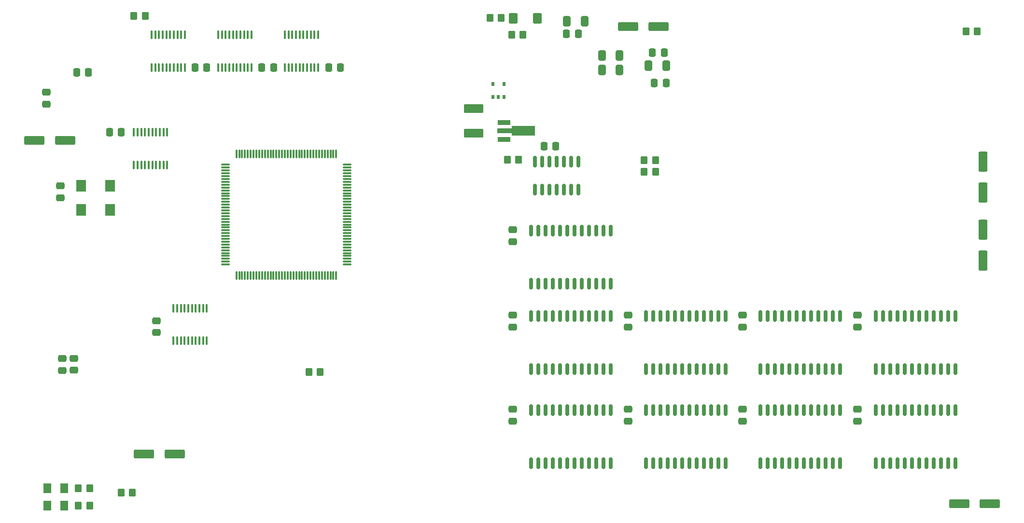
<source format=gbr>
G04 #@! TF.GenerationSoftware,KiCad,Pcbnew,7.0.6-0*
G04 #@! TF.CreationDate,2024-01-07T13:47:21+01:00*
G04 #@! TF.ProjectId,Z3660_v021a,5a333636-305f-4763-9032-31612e6b6963,v0.21*
G04 #@! TF.SameCoordinates,Original*
G04 #@! TF.FileFunction,Paste,Top*
G04 #@! TF.FilePolarity,Positive*
%FSLAX46Y46*%
G04 Gerber Fmt 4.6, Leading zero omitted, Abs format (unit mm)*
G04 Created by KiCad (PCBNEW 7.0.6-0) date 2024-01-07 13:47:21*
%MOMM*%
%LPD*%
G01*
G04 APERTURE LIST*
G04 Aperture macros list*
%AMRoundRect*
0 Rectangle with rounded corners*
0 $1 Rounding radius*
0 $2 $3 $4 $5 $6 $7 $8 $9 X,Y pos of 4 corners*
0 Add a 4 corners polygon primitive as box body*
4,1,4,$2,$3,$4,$5,$6,$7,$8,$9,$2,$3,0*
0 Add four circle primitives for the rounded corners*
1,1,$1+$1,$2,$3*
1,1,$1+$1,$4,$5*
1,1,$1+$1,$6,$7*
1,1,$1+$1,$8,$9*
0 Add four rect primitives between the rounded corners*
20,1,$1+$1,$2,$3,$4,$5,0*
20,1,$1+$1,$4,$5,$6,$7,0*
20,1,$1+$1,$6,$7,$8,$9,0*
20,1,$1+$1,$8,$9,$2,$3,0*%
%AMFreePoly0*
4,1,9,5.362500,-0.866500,1.237500,-0.866500,1.237500,-0.450000,-1.237500,-0.450000,-1.237500,0.450000,1.237500,0.450000,1.237500,0.866500,5.362500,0.866500,5.362500,-0.866500,5.362500,-0.866500,$1*%
G04 Aperture macros list end*
%ADD10RoundRect,0.150000X0.150000X-0.825000X0.150000X0.825000X-0.150000X0.825000X-0.150000X-0.825000X0*%
%ADD11RoundRect,0.075000X0.662500X0.075000X-0.662500X0.075000X-0.662500X-0.075000X0.662500X-0.075000X0*%
%ADD12RoundRect,0.075000X0.075000X0.662500X-0.075000X0.662500X-0.075000X-0.662500X0.075000X-0.662500X0*%
%ADD13RoundRect,0.250000X-1.500000X-0.550000X1.500000X-0.550000X1.500000X0.550000X-1.500000X0.550000X0*%
%ADD14RoundRect,0.250000X0.550000X-1.500000X0.550000X1.500000X-0.550000X1.500000X-0.550000X-1.500000X0*%
%ADD15RoundRect,0.250000X0.475000X-0.337500X0.475000X0.337500X-0.475000X0.337500X-0.475000X-0.337500X0*%
%ADD16RoundRect,0.250000X-0.475000X0.337500X-0.475000X-0.337500X0.475000X-0.337500X0.475000X0.337500X0*%
%ADD17RoundRect,0.250000X-0.350000X-0.450000X0.350000X-0.450000X0.350000X0.450000X-0.350000X0.450000X0*%
%ADD18RoundRect,0.250000X-1.450000X0.537500X-1.450000X-0.537500X1.450000X-0.537500X1.450000X0.537500X0*%
%ADD19R,2.300000X0.900000*%
%ADD20FreePoly0,0.000000*%
%ADD21RoundRect,0.250000X-0.337500X-0.475000X0.337500X-0.475000X0.337500X0.475000X-0.337500X0.475000X0*%
%ADD22RoundRect,0.150000X0.150000X-0.875000X0.150000X0.875000X-0.150000X0.875000X-0.150000X-0.875000X0*%
%ADD23R,1.800000X2.000000*%
%ADD24RoundRect,0.250000X0.337500X0.475000X-0.337500X0.475000X-0.337500X-0.475000X0.337500X-0.475000X0*%
%ADD25RoundRect,0.250000X-0.550000X1.500000X-0.550000X-1.500000X0.550000X-1.500000X0.550000X1.500000X0*%
%ADD26RoundRect,0.250000X0.412500X0.650000X-0.412500X0.650000X-0.412500X-0.650000X0.412500X-0.650000X0*%
%ADD27RoundRect,0.250000X-0.412500X-0.650000X0.412500X-0.650000X0.412500X0.650000X-0.412500X0.650000X0*%
%ADD28RoundRect,0.250001X0.462499X0.624999X-0.462499X0.624999X-0.462499X-0.624999X0.462499X-0.624999X0*%
%ADD29RoundRect,0.249998X-0.537502X-0.650002X0.537502X-0.650002X0.537502X0.650002X-0.537502X0.650002X0*%
%ADD30RoundRect,0.100000X0.100000X-0.637500X0.100000X0.637500X-0.100000X0.637500X-0.100000X-0.637500X0*%
%ADD31RoundRect,0.100000X-0.100000X0.637500X-0.100000X-0.637500X0.100000X-0.637500X0.100000X0.637500X0*%
%ADD32RoundRect,0.250000X0.350000X0.450000X-0.350000X0.450000X-0.350000X-0.450000X0.350000X-0.450000X0*%
%ADD33R,0.510000X0.700000*%
G04 APERTURE END LIST*
D10*
X170474000Y-61927000D03*
X171744000Y-61927000D03*
X173014000Y-61927000D03*
X174284000Y-61927000D03*
X175554000Y-61927000D03*
X176824000Y-61927000D03*
X178094000Y-61927000D03*
X178094000Y-56977000D03*
X176824000Y-56977000D03*
X175554000Y-56977000D03*
X174284000Y-56977000D03*
X173014000Y-56977000D03*
X171744000Y-56977000D03*
X170474000Y-56977000D03*
D11*
X137535500Y-75044000D03*
X137535500Y-74544000D03*
X137535500Y-74044000D03*
X137535500Y-73544000D03*
X137535500Y-73044000D03*
X137535500Y-72544000D03*
X137535500Y-72044000D03*
X137535500Y-71544000D03*
X137535500Y-71044000D03*
X137535500Y-70544000D03*
X137535500Y-70044000D03*
X137535500Y-69544000D03*
X137535500Y-69044000D03*
X137535500Y-68544000D03*
X137535500Y-68044000D03*
X137535500Y-67544000D03*
X137535500Y-67044000D03*
X137535500Y-66544000D03*
X137535500Y-66044000D03*
X137535500Y-65544000D03*
X137535500Y-65044000D03*
X137535500Y-64544000D03*
X137535500Y-64044000D03*
X137535500Y-63544000D03*
X137535500Y-63044000D03*
X137535500Y-62544000D03*
X137535500Y-62044000D03*
X137535500Y-61544000D03*
X137535500Y-61044000D03*
X137535500Y-60544000D03*
X137535500Y-60044000D03*
X137535500Y-59544000D03*
X137535500Y-59044000D03*
X137535500Y-58544000D03*
X137535500Y-58044000D03*
X137535500Y-57544000D03*
D12*
X135623000Y-55631500D03*
X135123000Y-55631500D03*
X134623000Y-55631500D03*
X134123000Y-55631500D03*
X133623000Y-55631500D03*
X133123000Y-55631500D03*
X132623000Y-55631500D03*
X132123000Y-55631500D03*
X131623000Y-55631500D03*
X131123000Y-55631500D03*
X130623000Y-55631500D03*
X130123000Y-55631500D03*
X129623000Y-55631500D03*
X129123000Y-55631500D03*
X128623000Y-55631500D03*
X128123000Y-55631500D03*
X127623000Y-55631500D03*
X127123000Y-55631500D03*
X126623000Y-55631500D03*
X126123000Y-55631500D03*
X125623000Y-55631500D03*
X125123000Y-55631500D03*
X124623000Y-55631500D03*
X124123000Y-55631500D03*
X123623000Y-55631500D03*
X123123000Y-55631500D03*
X122623000Y-55631500D03*
X122123000Y-55631500D03*
X121623000Y-55631500D03*
X121123000Y-55631500D03*
X120623000Y-55631500D03*
X120123000Y-55631500D03*
X119623000Y-55631500D03*
X119123000Y-55631500D03*
X118623000Y-55631500D03*
X118123000Y-55631500D03*
D11*
X116210500Y-57544000D03*
X116210500Y-58044000D03*
X116210500Y-58544000D03*
X116210500Y-59044000D03*
X116210500Y-59544000D03*
X116210500Y-60044000D03*
X116210500Y-60544000D03*
X116210500Y-61044000D03*
X116210500Y-61544000D03*
X116210500Y-62044000D03*
X116210500Y-62544000D03*
X116210500Y-63044000D03*
X116210500Y-63544000D03*
X116210500Y-64044000D03*
X116210500Y-64544000D03*
X116210500Y-65044000D03*
X116210500Y-65544000D03*
X116210500Y-66044000D03*
X116210500Y-66544000D03*
X116210500Y-67044000D03*
X116210500Y-67544000D03*
X116210500Y-68044000D03*
X116210500Y-68544000D03*
X116210500Y-69044000D03*
X116210500Y-69544000D03*
X116210500Y-70044000D03*
X116210500Y-70544000D03*
X116210500Y-71044000D03*
X116210500Y-71544000D03*
X116210500Y-72044000D03*
X116210500Y-72544000D03*
X116210500Y-73044000D03*
X116210500Y-73544000D03*
X116210500Y-74044000D03*
X116210500Y-74544000D03*
X116210500Y-75044000D03*
D12*
X118123000Y-76956500D03*
X118623000Y-76956500D03*
X119123000Y-76956500D03*
X119623000Y-76956500D03*
X120123000Y-76956500D03*
X120623000Y-76956500D03*
X121123000Y-76956500D03*
X121623000Y-76956500D03*
X122123000Y-76956500D03*
X122623000Y-76956500D03*
X123123000Y-76956500D03*
X123623000Y-76956500D03*
X124123000Y-76956500D03*
X124623000Y-76956500D03*
X125123000Y-76956500D03*
X125623000Y-76956500D03*
X126123000Y-76956500D03*
X126623000Y-76956500D03*
X127123000Y-76956500D03*
X127623000Y-76956500D03*
X128123000Y-76956500D03*
X128623000Y-76956500D03*
X129123000Y-76956500D03*
X129623000Y-76956500D03*
X130123000Y-76956500D03*
X130623000Y-76956500D03*
X131123000Y-76956500D03*
X131623000Y-76956500D03*
X132123000Y-76956500D03*
X132623000Y-76956500D03*
X133123000Y-76956500D03*
X133623000Y-76956500D03*
X134123000Y-76956500D03*
X134623000Y-76956500D03*
X135123000Y-76956500D03*
X135623000Y-76956500D03*
D13*
X101927700Y-108305600D03*
X107327700Y-108305600D03*
X82694800Y-53238398D03*
X88094800Y-53238398D03*
X186784000Y-33300000D03*
X192184000Y-33300000D03*
X244873800Y-117017800D03*
X250273800Y-117017800D03*
D14*
X249047000Y-74328000D03*
X249047000Y-68928000D03*
D15*
X87274400Y-63318300D03*
X87274400Y-61243300D03*
D16*
X206883000Y-100435500D03*
X206883000Y-102510500D03*
D17*
X168386000Y-34696400D03*
X166386000Y-34696400D03*
D18*
X159766000Y-47697300D03*
X159766000Y-51972300D03*
D19*
X165083600Y-50112800D03*
D20*
X165171100Y-51612800D03*
D19*
X165083600Y-53112800D03*
D21*
X172063500Y-54245000D03*
X174138500Y-54245000D03*
D16*
X166624000Y-68939500D03*
X166624000Y-71014500D03*
X166624000Y-83925500D03*
X166624000Y-86000500D03*
X206883000Y-83925500D03*
X206883000Y-86000500D03*
X166624000Y-100435500D03*
X166624000Y-102510500D03*
X227076000Y-83925500D03*
X227076000Y-86000500D03*
X186817000Y-83925500D03*
X186817000Y-86000500D03*
X186817000Y-100435500D03*
X186817000Y-102510500D03*
D17*
X191627000Y-58801000D03*
X189627000Y-58801000D03*
X191611000Y-56769000D03*
X189611000Y-56769000D03*
D22*
X189992000Y-93423000D03*
X191262000Y-93423000D03*
X192532000Y-93423000D03*
X193802000Y-93423000D03*
X195072000Y-93423000D03*
X196342000Y-93423000D03*
X197612000Y-93423000D03*
X198882000Y-93423000D03*
X200152000Y-93423000D03*
X201422000Y-93423000D03*
X202692000Y-93423000D03*
X203962000Y-93423000D03*
X203962000Y-84123000D03*
X202692000Y-84123000D03*
X201422000Y-84123000D03*
X200152000Y-84123000D03*
X198882000Y-84123000D03*
X197612000Y-84123000D03*
X196342000Y-84123000D03*
X195072000Y-84123000D03*
X193802000Y-84123000D03*
X192532000Y-84123000D03*
X191262000Y-84123000D03*
X189992000Y-84123000D03*
X169799000Y-93423000D03*
X171069000Y-93423000D03*
X172339000Y-93423000D03*
X173609000Y-93423000D03*
X174879000Y-93423000D03*
X176149000Y-93423000D03*
X177419000Y-93423000D03*
X178689000Y-93423000D03*
X179959000Y-93423000D03*
X181229000Y-93423000D03*
X182499000Y-93423000D03*
X183769000Y-93423000D03*
X183769000Y-84123000D03*
X182499000Y-84123000D03*
X181229000Y-84123000D03*
X179959000Y-84123000D03*
X178689000Y-84123000D03*
X177419000Y-84123000D03*
X176149000Y-84123000D03*
X174879000Y-84123000D03*
X173609000Y-84123000D03*
X172339000Y-84123000D03*
X171069000Y-84123000D03*
X169799000Y-84123000D03*
X210058000Y-93423000D03*
X211328000Y-93423000D03*
X212598000Y-93423000D03*
X213868000Y-93423000D03*
X215138000Y-93423000D03*
X216408000Y-93423000D03*
X217678000Y-93423000D03*
X218948000Y-93423000D03*
X220218000Y-93423000D03*
X221488000Y-93423000D03*
X222758000Y-93423000D03*
X224028000Y-93423000D03*
X224028000Y-84123000D03*
X222758000Y-84123000D03*
X221488000Y-84123000D03*
X220218000Y-84123000D03*
X218948000Y-84123000D03*
X217678000Y-84123000D03*
X216408000Y-84123000D03*
X215138000Y-84123000D03*
X213868000Y-84123000D03*
X212598000Y-84123000D03*
X211328000Y-84123000D03*
X210058000Y-84123000D03*
X230251000Y-93423000D03*
X231521000Y-93423000D03*
X232791000Y-93423000D03*
X234061000Y-93423000D03*
X235331000Y-93423000D03*
X236601000Y-93423000D03*
X237871000Y-93423000D03*
X239141000Y-93423000D03*
X240411000Y-93423000D03*
X241681000Y-93423000D03*
X242951000Y-93423000D03*
X244221000Y-93423000D03*
X244221000Y-84123000D03*
X242951000Y-84123000D03*
X241681000Y-84123000D03*
X240411000Y-84123000D03*
X239141000Y-84123000D03*
X237871000Y-84123000D03*
X236601000Y-84123000D03*
X235331000Y-84123000D03*
X234061000Y-84123000D03*
X232791000Y-84123000D03*
X231521000Y-84123000D03*
X230251000Y-84123000D03*
D16*
X227076000Y-100435500D03*
X227076000Y-102510500D03*
D23*
X96012000Y-61247600D03*
X90932000Y-61247600D03*
X90932000Y-65447600D03*
X96012000Y-65447600D03*
D24*
X178075500Y-34594800D03*
X176000500Y-34594800D03*
D25*
X249047000Y-56990000D03*
X249047000Y-62390000D03*
D26*
X179197000Y-32359600D03*
X176072000Y-32359600D03*
D27*
X190359500Y-40132000D03*
X193484500Y-40132000D03*
D26*
X185331500Y-38354000D03*
X182206500Y-38354000D03*
X185331500Y-40894000D03*
X182206500Y-40894000D03*
D21*
X191409500Y-43180000D03*
X193484500Y-43180000D03*
X191062500Y-37900000D03*
X193137500Y-37900000D03*
D16*
X84836000Y-44809500D03*
X84836000Y-46884500D03*
D15*
X87613000Y-93620500D03*
X87613000Y-91545500D03*
X89645000Y-93599000D03*
X89645000Y-91524000D03*
D22*
X169799000Y-78437000D03*
X171069000Y-78437000D03*
X172339000Y-78437000D03*
X173609000Y-78437000D03*
X174879000Y-78437000D03*
X176149000Y-78437000D03*
X177419000Y-78437000D03*
X178689000Y-78437000D03*
X179959000Y-78437000D03*
X181229000Y-78437000D03*
X182499000Y-78437000D03*
X183769000Y-78437000D03*
X183769000Y-69137000D03*
X182499000Y-69137000D03*
X181229000Y-69137000D03*
X179959000Y-69137000D03*
X178689000Y-69137000D03*
X177419000Y-69137000D03*
X176149000Y-69137000D03*
X174879000Y-69137000D03*
X173609000Y-69137000D03*
X172339000Y-69137000D03*
X171069000Y-69137000D03*
X169799000Y-69137000D03*
X230251000Y-109933000D03*
X231521000Y-109933000D03*
X232791000Y-109933000D03*
X234061000Y-109933000D03*
X235331000Y-109933000D03*
X236601000Y-109933000D03*
X237871000Y-109933000D03*
X239141000Y-109933000D03*
X240411000Y-109933000D03*
X241681000Y-109933000D03*
X242951000Y-109933000D03*
X244221000Y-109933000D03*
X244221000Y-100633000D03*
X242951000Y-100633000D03*
X241681000Y-100633000D03*
X240411000Y-100633000D03*
X239141000Y-100633000D03*
X237871000Y-100633000D03*
X236601000Y-100633000D03*
X235331000Y-100633000D03*
X234061000Y-100633000D03*
X232791000Y-100633000D03*
X231521000Y-100633000D03*
X230251000Y-100633000D03*
X210058000Y-109933000D03*
X211328000Y-109933000D03*
X212598000Y-109933000D03*
X213868000Y-109933000D03*
X215138000Y-109933000D03*
X216408000Y-109933000D03*
X217678000Y-109933000D03*
X218948000Y-109933000D03*
X220218000Y-109933000D03*
X221488000Y-109933000D03*
X222758000Y-109933000D03*
X224028000Y-109933000D03*
X224028000Y-100633000D03*
X222758000Y-100633000D03*
X221488000Y-100633000D03*
X220218000Y-100633000D03*
X218948000Y-100633000D03*
X217678000Y-100633000D03*
X216408000Y-100633000D03*
X215138000Y-100633000D03*
X213868000Y-100633000D03*
X212598000Y-100633000D03*
X211328000Y-100633000D03*
X210058000Y-100633000D03*
X189992000Y-109933000D03*
X191262000Y-109933000D03*
X192532000Y-109933000D03*
X193802000Y-109933000D03*
X195072000Y-109933000D03*
X196342000Y-109933000D03*
X197612000Y-109933000D03*
X198882000Y-109933000D03*
X200152000Y-109933000D03*
X201422000Y-109933000D03*
X202692000Y-109933000D03*
X203962000Y-109933000D03*
X203962000Y-100633000D03*
X202692000Y-100633000D03*
X201422000Y-100633000D03*
X200152000Y-100633000D03*
X198882000Y-100633000D03*
X197612000Y-100633000D03*
X196342000Y-100633000D03*
X195072000Y-100633000D03*
X193802000Y-100633000D03*
X192532000Y-100633000D03*
X191262000Y-100633000D03*
X189992000Y-100633000D03*
X169799000Y-109933000D03*
X171069000Y-109933000D03*
X172339000Y-109933000D03*
X173609000Y-109933000D03*
X174879000Y-109933000D03*
X176149000Y-109933000D03*
X177419000Y-109933000D03*
X178689000Y-109933000D03*
X179959000Y-109933000D03*
X181229000Y-109933000D03*
X182499000Y-109933000D03*
X183769000Y-109933000D03*
X183769000Y-100633000D03*
X182499000Y-100633000D03*
X181229000Y-100633000D03*
X179959000Y-100633000D03*
X178689000Y-100633000D03*
X177419000Y-100633000D03*
X176149000Y-100633000D03*
X174879000Y-100633000D03*
X173609000Y-100633000D03*
X172339000Y-100633000D03*
X171069000Y-100633000D03*
X169799000Y-100633000D03*
D28*
X87926500Y-114300000D03*
X84951500Y-114300000D03*
D17*
X92424000Y-114300000D03*
X90424000Y-114300000D03*
D28*
X87953487Y-117348000D03*
X84978487Y-117348000D03*
D17*
X92424000Y-117348000D03*
X90424000Y-117348000D03*
D29*
X166695500Y-31869000D03*
X170870500Y-31869000D03*
D21*
X90119200Y-41300400D03*
X92194200Y-41300400D03*
D17*
X164576000Y-31742000D03*
X162576000Y-31742000D03*
D16*
X104057200Y-84916100D03*
X104057200Y-86991100D03*
D21*
X110849500Y-40452800D03*
X112924500Y-40452800D03*
D30*
X107075800Y-88441700D03*
X107725800Y-88441700D03*
X108375800Y-88441700D03*
X109025800Y-88441700D03*
X109675800Y-88441700D03*
X110325800Y-88441700D03*
X110975800Y-88441700D03*
X111625800Y-88441700D03*
X112275800Y-88441700D03*
X112925800Y-88441700D03*
X112925800Y-82716700D03*
X112275800Y-82716700D03*
X111625800Y-82716700D03*
X110975800Y-82716700D03*
X110325800Y-82716700D03*
X109675800Y-82716700D03*
X109025800Y-82716700D03*
X108375800Y-82716700D03*
X107725800Y-82716700D03*
X107075800Y-82716700D03*
D31*
X109097000Y-34729500D03*
X108447000Y-34729500D03*
X107797000Y-34729500D03*
X107147000Y-34729500D03*
X106497000Y-34729500D03*
X105847000Y-34729500D03*
X105197000Y-34729500D03*
X104547000Y-34729500D03*
X103897000Y-34729500D03*
X103247000Y-34729500D03*
X103247000Y-40454500D03*
X103897000Y-40454500D03*
X104547000Y-40454500D03*
X105197000Y-40454500D03*
X105847000Y-40454500D03*
X106497000Y-40454500D03*
X107147000Y-40454500D03*
X107797000Y-40454500D03*
X108447000Y-40454500D03*
X109097000Y-40454500D03*
D32*
X97907600Y-115112800D03*
X99907600Y-115112800D03*
X130826000Y-93929200D03*
X132826000Y-93929200D03*
D21*
X134293700Y-40503600D03*
X136368700Y-40503600D03*
D24*
X97929100Y-51834800D03*
X95854100Y-51834800D03*
D17*
X102117400Y-31460000D03*
X100117400Y-31460000D03*
D32*
X246065800Y-34101600D03*
X248065800Y-34101600D03*
X165640000Y-56692800D03*
X167640000Y-56692800D03*
D33*
X163134000Y-45660800D03*
X164084000Y-45660800D03*
X165034000Y-45660800D03*
X165034000Y-43340800D03*
X163134000Y-43340800D03*
D30*
X100144000Y-57567500D03*
X100794000Y-57567500D03*
X101444000Y-57567500D03*
X102094000Y-57567500D03*
X102744000Y-57567500D03*
X103394000Y-57567500D03*
X104044000Y-57567500D03*
X104694000Y-57567500D03*
X105344000Y-57567500D03*
X105994000Y-57567500D03*
X105994000Y-51842500D03*
X105344000Y-51842500D03*
X104694000Y-51842500D03*
X104044000Y-51842500D03*
X103394000Y-51842500D03*
X102744000Y-51842500D03*
X102094000Y-51842500D03*
X101444000Y-51842500D03*
X100794000Y-51842500D03*
X100144000Y-51842500D03*
D31*
X132465000Y-34745500D03*
X131815000Y-34745500D03*
X131165000Y-34745500D03*
X130515000Y-34745500D03*
X129865000Y-34745500D03*
X129215000Y-34745500D03*
X128565000Y-34745500D03*
X127915000Y-34745500D03*
X127265000Y-34745500D03*
X126615000Y-34745500D03*
X126615000Y-40470500D03*
X127265000Y-40470500D03*
X127915000Y-40470500D03*
X128565000Y-40470500D03*
X129215000Y-40470500D03*
X129865000Y-40470500D03*
X130515000Y-40470500D03*
X131165000Y-40470500D03*
X131815000Y-40470500D03*
X132465000Y-40470500D03*
X120781000Y-34745500D03*
X120131000Y-34745500D03*
X119481000Y-34745500D03*
X118831000Y-34745500D03*
X118181000Y-34745500D03*
X117531000Y-34745500D03*
X116881000Y-34745500D03*
X116231000Y-34745500D03*
X115581000Y-34745500D03*
X114931000Y-34745500D03*
X114931000Y-40470500D03*
X115581000Y-40470500D03*
X116231000Y-40470500D03*
X116881000Y-40470500D03*
X117531000Y-40470500D03*
X118181000Y-40470500D03*
X118831000Y-40470500D03*
X119481000Y-40470500D03*
X120131000Y-40470500D03*
X120781000Y-40470500D03*
D21*
X122558900Y-40503600D03*
X124633900Y-40503600D03*
M02*

</source>
